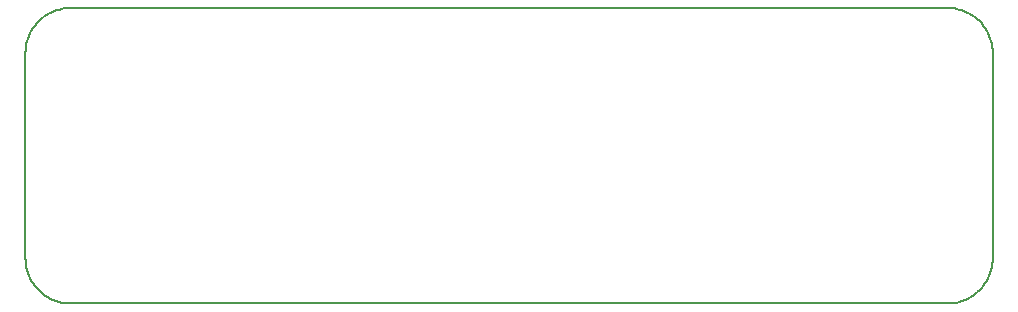
<source format=gko>
G04*
G04 #@! TF.GenerationSoftware,Altium Limited,Altium Designer,22.5.1 (42)*
G04*
G04 Layer_Color=8388736*
%FSLAX25Y25*%
%MOIN*%
G70*
G04*
G04 #@! TF.SameCoordinates,1AA75F62-4603-46E1-9AE8-A4EEB0EBD7F2*
G04*
G04*
G04 #@! TF.FilePolarity,Positive*
G04*
G01*
G75*
%ADD40C,0.00787*%
D40*
X-0Y14961D02*
X32Y13982D01*
X128Y13008D01*
X287Y12042D01*
X510Y11089D01*
X794Y10152D01*
X1139Y9235D01*
X1543Y8344D01*
X2004Y7480D01*
X2521Y6649D01*
X3091Y5853D01*
X3713Y5096D01*
X4382Y4382D01*
X5096Y3713D01*
X5853Y3092D01*
X6649Y2521D01*
X7480Y2004D01*
X8344Y1543D01*
X9235Y1139D01*
X10152Y794D01*
X11089Y510D01*
X12042Y287D01*
X13008Y128D01*
X13982Y32D01*
X14961Y-0D01*
X307480Y0D02*
X308459Y32D01*
X309433Y128D01*
X310399Y288D01*
X311352Y510D01*
X312289Y794D01*
X313206Y1139D01*
X314097Y1543D01*
X314961Y2004D01*
X315792Y2521D01*
X316588Y3092D01*
X317344Y3713D01*
X318059Y4382D01*
X318728Y5096D01*
X319349Y5853D01*
X319920Y6649D01*
X320437Y7480D01*
X320898Y8344D01*
X321302Y9235D01*
X321647Y10152D01*
X321931Y11089D01*
X322153Y12042D01*
X322313Y13008D01*
X322409Y13982D01*
X322441Y14961D01*
Y83465D02*
X322409Y84443D01*
X322313Y85417D01*
X322153Y86383D01*
X321931Y87337D01*
X321647Y88274D01*
X321302Y89190D01*
X320898Y90082D01*
X320437Y90945D01*
X319920Y91776D01*
X319349Y92572D01*
X318728Y93329D01*
X318059Y94043D01*
X317344Y94713D01*
X316588Y95334D01*
X315792Y95904D01*
X314961Y96421D01*
X314097Y96882D01*
X313206Y97286D01*
X312289Y97631D01*
X311352Y97915D01*
X310399Y98138D01*
X309433Y98297D01*
X308459Y98393D01*
X307480Y98425D01*
X14961D02*
X13982Y98393D01*
X13008Y98297D01*
X12042Y98138D01*
X11089Y97915D01*
X10152Y97631D01*
X9235Y97286D01*
X8344Y96882D01*
X7480Y96421D01*
X6649Y95904D01*
X5853Y95334D01*
X5096Y94713D01*
X4382Y94043D01*
X3713Y93329D01*
X3091Y92572D01*
X2521Y91776D01*
X2004Y90945D01*
X1543Y90082D01*
X1139Y89190D01*
X794Y88274D01*
X510Y87337D01*
X287Y86383D01*
X128Y85417D01*
X32Y84443D01*
X-0Y83465D01*
X14961Y-0D02*
X307480Y0D01*
X322441Y14961D02*
Y83465D01*
X14961Y98425D02*
X307480D01*
X-0Y14961D02*
Y83465D01*
M02*

</source>
